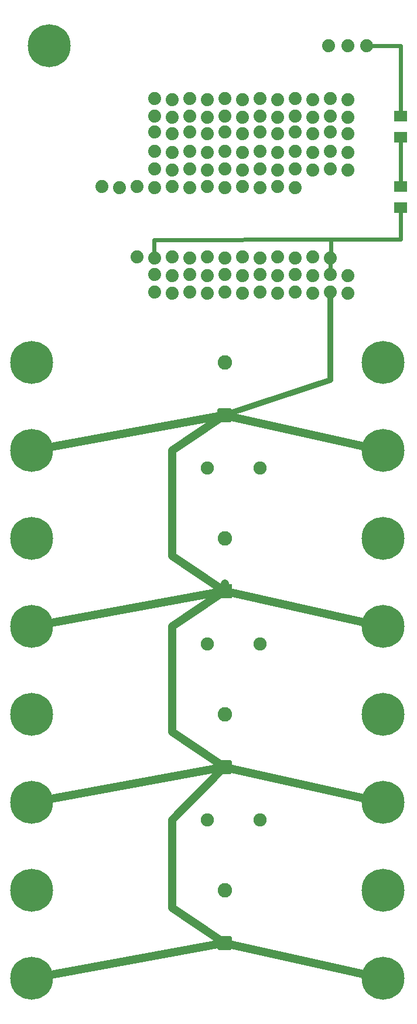
<source format=gtl>
G04 MADE WITH FRITZING*
G04 WWW.FRITZING.ORG*
G04 DOUBLE SIDED*
G04 HOLES PLATED*
G04 CONTOUR ON CENTER OF CONTOUR VECTOR*
%ASAXBY*%
%FSLAX23Y23*%
%MOIN*%
%OFA0B0*%
%SFA1.0B1.0*%
%ADD10C,0.074000*%
%ADD11C,0.075000*%
%ADD12C,0.082000*%
%ADD13C,0.244000*%
%ADD14R,0.074803X0.062992*%
%ADD15R,0.082000X0.082000*%
%ADD16C,0.024000*%
%ADD17C,0.032000*%
%ADD18C,0.048000*%
%ADD19C,0.020000*%
%LNCOPPER1*%
G90*
G70*
G54D10*
X2073Y4278D03*
X1973Y4286D03*
X1873Y4278D03*
X1773Y4286D03*
X1673Y4278D03*
X1573Y4286D03*
X1473Y4278D03*
X1373Y4286D03*
X1273Y4278D03*
X1173Y4286D03*
X1073Y4278D03*
X973Y4286D03*
X2073Y4278D03*
X1973Y4286D03*
X1873Y4278D03*
X1773Y4286D03*
X1673Y4278D03*
X1573Y4286D03*
X1473Y4278D03*
X1373Y4286D03*
X1273Y4278D03*
X1173Y4286D03*
X1073Y4278D03*
X973Y4286D03*
X2073Y5278D03*
X1973Y5286D03*
X1873Y5278D03*
X1773Y5286D03*
X1673Y5278D03*
X1573Y5286D03*
X1473Y5278D03*
X1373Y5286D03*
X1273Y5278D03*
X1173Y5286D03*
X1073Y5278D03*
X973Y5286D03*
X2073Y5278D03*
X1973Y5286D03*
X1873Y5278D03*
X1773Y5286D03*
X1673Y5278D03*
X1573Y5286D03*
X1473Y5278D03*
X1373Y5286D03*
X1273Y5278D03*
X1173Y5286D03*
X1073Y5278D03*
X973Y5286D03*
X973Y5194D03*
X1073Y5186D03*
X1173Y5194D03*
X1273Y5186D03*
X1373Y5194D03*
X1473Y5186D03*
X1573Y5194D03*
X1673Y5186D03*
X1773Y5194D03*
X1873Y5186D03*
X1973Y5194D03*
X2073Y5186D03*
X973Y5194D03*
X1073Y5186D03*
X1173Y5194D03*
X1273Y5186D03*
X1373Y5194D03*
X1473Y5186D03*
X1573Y5194D03*
X1673Y5186D03*
X1773Y5194D03*
X1873Y5186D03*
X1973Y5194D03*
X2073Y5186D03*
X2073Y5378D03*
X1973Y5386D03*
X1873Y5378D03*
X1773Y5386D03*
X1673Y5378D03*
X1573Y5386D03*
X1473Y5378D03*
X1373Y5386D03*
X1273Y5378D03*
X1173Y5386D03*
X1073Y5378D03*
X973Y5386D03*
X2073Y5378D03*
X1973Y5386D03*
X1873Y5378D03*
X1773Y5386D03*
X1673Y5378D03*
X1573Y5386D03*
X1473Y5378D03*
X1373Y5386D03*
X1273Y5378D03*
X1173Y5386D03*
X1073Y5378D03*
X973Y5386D03*
X2073Y5078D03*
X1973Y5086D03*
X1873Y5078D03*
X1773Y5086D03*
X1673Y5078D03*
X1573Y5086D03*
X1473Y5078D03*
X1373Y5086D03*
X1273Y5078D03*
X1173Y5086D03*
X1073Y5078D03*
X973Y5086D03*
X2073Y5078D03*
X1973Y5086D03*
X1873Y5078D03*
X1773Y5086D03*
X1673Y5078D03*
X1573Y5086D03*
X1473Y5078D03*
X1373Y5086D03*
X1273Y5078D03*
X1173Y5086D03*
X1073Y5078D03*
X973Y5086D03*
X1973Y4478D03*
X1873Y4486D03*
X1773Y4478D03*
X1673Y4486D03*
X1573Y4478D03*
X1473Y4486D03*
X1373Y4478D03*
X1273Y4486D03*
X1173Y4478D03*
X1073Y4486D03*
X973Y4478D03*
X873Y4486D03*
X1973Y4478D03*
X1873Y4486D03*
X1773Y4478D03*
X1673Y4486D03*
X1573Y4478D03*
X1473Y4486D03*
X1373Y4478D03*
X1273Y4486D03*
X1173Y4478D03*
X1073Y4486D03*
X973Y4478D03*
X873Y4486D03*
X2073Y4978D03*
X1973Y4986D03*
X1873Y4978D03*
X1773Y4986D03*
X1673Y4978D03*
X1573Y4986D03*
X1473Y4978D03*
X1373Y4986D03*
X1273Y4978D03*
X1173Y4986D03*
X1073Y4978D03*
X973Y4986D03*
X2073Y4978D03*
X1973Y4986D03*
X1873Y4978D03*
X1773Y4986D03*
X1673Y4978D03*
X1573Y4986D03*
X1473Y4978D03*
X1373Y4986D03*
X1273Y4978D03*
X1173Y4986D03*
X1073Y4978D03*
X973Y4986D03*
X2073Y4378D03*
X1973Y4386D03*
X1873Y4378D03*
X1773Y4386D03*
X1673Y4378D03*
X1573Y4386D03*
X1473Y4378D03*
X1373Y4386D03*
X1273Y4378D03*
X1173Y4386D03*
X1073Y4378D03*
X973Y4386D03*
X2073Y4378D03*
X1973Y4386D03*
X1873Y4378D03*
X1773Y4386D03*
X1673Y4378D03*
X1573Y4386D03*
X1473Y4378D03*
X1373Y4386D03*
X1273Y4378D03*
X1173Y4386D03*
X1073Y4378D03*
X973Y4386D03*
X1773Y4878D03*
X1673Y4886D03*
X1573Y4878D03*
X1473Y4886D03*
X1373Y4878D03*
X1273Y4886D03*
X1173Y4878D03*
X1073Y4886D03*
X973Y4878D03*
X873Y4886D03*
X773Y4878D03*
X673Y4886D03*
X1773Y4878D03*
X1673Y4886D03*
X1573Y4878D03*
X1473Y4886D03*
X1373Y4878D03*
X1273Y4886D03*
X1173Y4878D03*
X1073Y4886D03*
X973Y4878D03*
X873Y4886D03*
X773Y4878D03*
X673Y4886D03*
X1966Y5686D03*
X2073Y5686D03*
X2180Y5686D03*
X1966Y5686D03*
X2073Y5686D03*
X2180Y5686D03*
G54D11*
X1573Y3286D03*
X1273Y3286D03*
X1273Y2286D03*
X1573Y2286D03*
X1273Y1286D03*
X1573Y1286D03*
G54D12*
X1373Y586D03*
X1373Y886D03*
G54D13*
X2273Y2386D03*
X2273Y2386D03*
X2273Y1886D03*
X2273Y1886D03*
X373Y5686D03*
X373Y5686D03*
X273Y3386D03*
X273Y3386D03*
X2273Y1386D03*
X2273Y1386D03*
X273Y886D03*
X273Y886D03*
X273Y2886D03*
X273Y2886D03*
X273Y2386D03*
X273Y2386D03*
X273Y3886D03*
X273Y3886D03*
X2273Y3386D03*
X2273Y3386D03*
X2273Y886D03*
X2273Y886D03*
X2273Y2886D03*
X2273Y2886D03*
X273Y1386D03*
X273Y1386D03*
X2273Y3886D03*
X2273Y3886D03*
X273Y1886D03*
X273Y1886D03*
X273Y386D03*
X273Y386D03*
X2273Y386D03*
X2273Y386D03*
G54D12*
X1373Y3586D03*
X1373Y3886D03*
X1373Y1586D03*
X1373Y1886D03*
X1373Y2586D03*
X1373Y2886D03*
G54D14*
X2373Y5164D03*
X2373Y5286D03*
X2373Y4764D03*
X2373Y4886D03*
G54D15*
X1373Y2586D03*
G54D16*
X970Y4583D02*
X1977Y4586D01*
D02*
X1977Y4586D02*
X1974Y4414D01*
D02*
X972Y4506D02*
X970Y4583D01*
G54D17*
D02*
X1973Y3786D02*
X1973Y3986D01*
D02*
X1973Y3986D02*
X1973Y4286D01*
D02*
X1409Y3598D02*
X1973Y3786D01*
G54D18*
D02*
X1415Y3576D02*
X2178Y3407D01*
D02*
X1331Y3578D02*
X369Y3403D01*
D02*
X1337Y2610D02*
X1073Y2786D01*
D02*
X1073Y3386D02*
X1337Y3562D01*
D02*
X1073Y2786D02*
X1073Y3386D01*
D02*
X369Y2403D02*
X1331Y2578D01*
D02*
X2178Y2407D02*
X1373Y2586D01*
D02*
X1373Y2586D02*
X1373Y2629D01*
D02*
X1073Y1786D02*
X1337Y1610D01*
D02*
X1073Y2386D02*
X1073Y1786D01*
D02*
X1337Y2562D02*
X1073Y2386D01*
D02*
X1415Y1576D02*
X2178Y1407D01*
D02*
X369Y1403D02*
X1331Y1578D01*
D02*
X1331Y578D02*
X369Y403D01*
D02*
X2178Y407D02*
X1415Y576D01*
D02*
X1073Y786D02*
X1073Y1286D01*
D02*
X1073Y1286D02*
X1342Y1555D01*
D02*
X1337Y610D02*
X1073Y786D01*
G54D16*
D02*
X2373Y4586D02*
X2373Y4738D01*
D02*
X2073Y4586D02*
X2373Y4586D01*
D02*
X1977Y4586D02*
X2073Y4586D01*
D02*
X2373Y4912D02*
X2373Y5138D01*
D02*
X2373Y5686D02*
X2373Y5312D01*
D02*
X2211Y5686D02*
X2373Y5686D01*
G54D19*
X1342Y617D02*
X1404Y617D01*
X1404Y555D01*
X1342Y555D01*
X1342Y617D01*
D02*
X1342Y3617D02*
X1404Y3617D01*
X1404Y3555D01*
X1342Y3555D01*
X1342Y3617D01*
D02*
X1342Y1617D02*
X1404Y1617D01*
X1404Y1555D01*
X1342Y1555D01*
X1342Y1617D01*
D02*
G04 End of Copper1*
M02*
</source>
